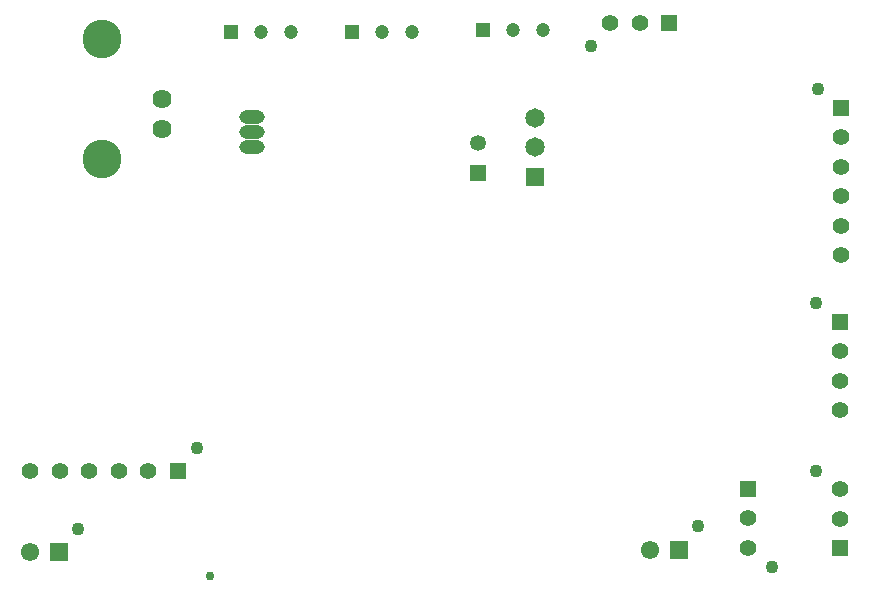
<source format=gbs>
G04*
G04 #@! TF.GenerationSoftware,Altium Limited,Altium Designer,23.2.1 (34)*
G04*
G04 Layer_Color=16711935*
%FSLAX44Y44*%
%MOMM*%
G71*
G04*
G04 #@! TF.SameCoordinates,68E4E8A6-7446-48DA-AA85-862DCAE7E0FD*
G04*
G04*
G04 #@! TF.FilePolarity,Negative*
G04*
G01*
G75*
%ADD70C,1.1000*%
%ADD71C,1.4000*%
%ADD72R,1.4000X1.4000*%
%ADD73R,1.4000X1.4000*%
%ADD74O,2.1500X1.1500*%
%ADD75C,3.2900*%
%ADD76C,1.6200*%
%ADD77C,1.2000*%
%ADD78R,1.2000X1.2000*%
%ADD79C,1.3500*%
%ADD80R,1.3500X1.3500*%
%ADD81C,1.5500*%
%ADD82R,1.5500X1.5500*%
%ADD83C,1.6500*%
%ADD84R,1.6500X1.6500*%
%ADD85O,2.1500X1.1500*%
%ADD86C,0.7500*%
D70*
X698820Y458430D02*
D03*
X173080Y154620D02*
D03*
X697550Y135380D02*
D03*
Y277220D02*
D03*
X507240Y494520D02*
D03*
X660080Y53850D02*
D03*
X597460Y88410D02*
D03*
X72750Y86040D02*
D03*
D71*
X718820Y317430D02*
D03*
Y342430D02*
D03*
Y367430D02*
D03*
Y392430D02*
D03*
Y417430D02*
D03*
X132080Y134620D02*
D03*
X107080D02*
D03*
X82080D02*
D03*
X57080D02*
D03*
X32080D02*
D03*
X717550Y119380D02*
D03*
Y94380D02*
D03*
Y186220D02*
D03*
Y211220D02*
D03*
Y236220D02*
D03*
X523240Y514520D02*
D03*
X548240D02*
D03*
X640080Y69850D02*
D03*
Y94850D02*
D03*
D72*
X718820Y442430D02*
D03*
X717550Y69380D02*
D03*
Y261220D02*
D03*
X640080Y119850D02*
D03*
D73*
X157080Y134620D02*
D03*
X573240Y514520D02*
D03*
D74*
X219710Y434340D02*
D03*
Y408940D02*
D03*
D75*
X92710Y500380D02*
D03*
Y398780D02*
D03*
D76*
X143510Y449580D02*
D03*
Y424180D02*
D03*
D77*
X466090Y507950D02*
D03*
X440690D02*
D03*
X252730Y506730D02*
D03*
X227330D02*
D03*
X355600D02*
D03*
X330200D02*
D03*
D78*
X415290Y507950D02*
D03*
X201930Y506730D02*
D03*
X304800D02*
D03*
D79*
X411480Y412750D02*
D03*
D80*
Y387350D02*
D03*
D81*
X556460Y68410D02*
D03*
X31750Y66040D02*
D03*
D82*
X581460Y68410D02*
D03*
X56750Y66040D02*
D03*
D83*
X459740Y433940D02*
D03*
Y408940D02*
D03*
D84*
Y383940D02*
D03*
D85*
X219710Y421640D02*
D03*
D86*
X184150Y45720D02*
D03*
M02*

</source>
